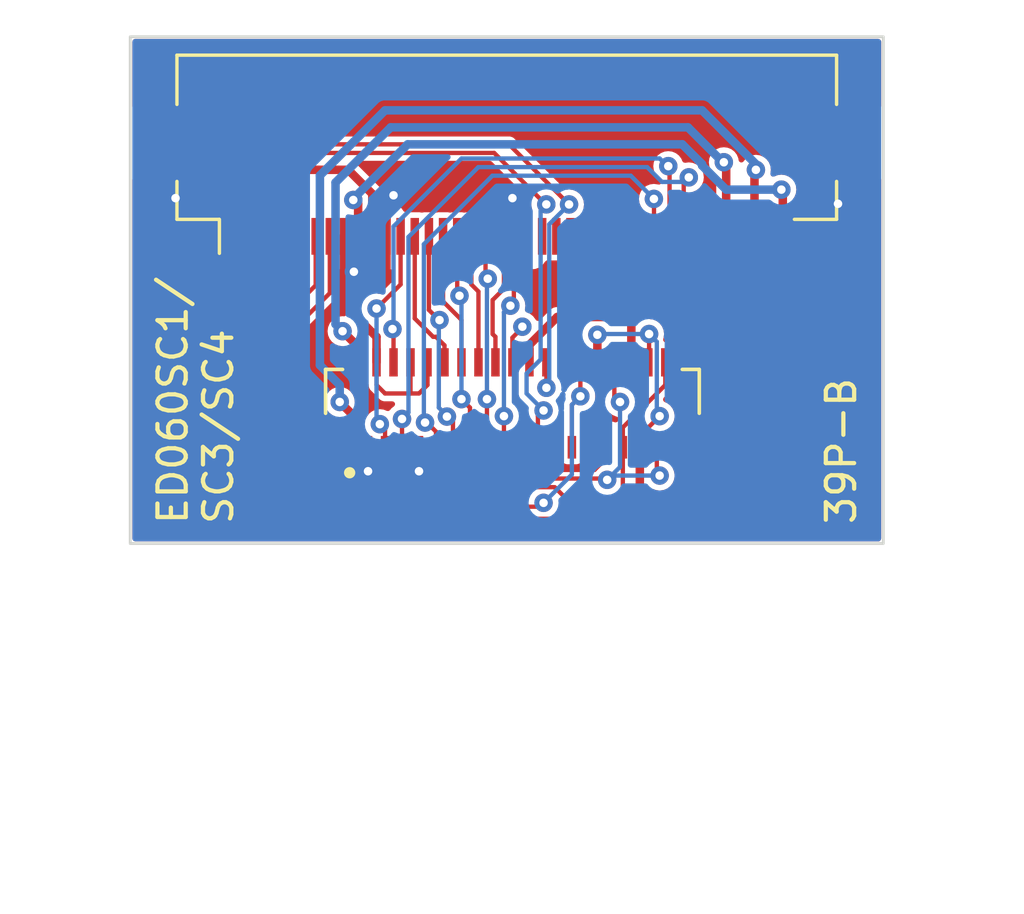
<source format=kicad_pcb>
(kicad_pcb (version 20240108) (generator "pcbnew") (generator_version "8.0")
  (layers (0 "F.Cu" signal) (31 "B.Cu" signal) (34 "B.Paste" user) (35 "F.Paste" user) (36 "B.SilkS" user "B.Silkscreen") (37 "F.SilkS" user "F.Silkscreen") (38 "B.Mask" user) (39 "F.Mask" user) (44 "Edge.Cuts" user))
  (net 0 "")
  (net 1 "VGL")
  (net 2 "GND")
  (net 3 "VGH")
  (net 4 "VCOM")
  (net 5 "VPOS")
  (net 6 "VNEG")
  (net 7 "+3V3")
  (net 14 "/GDOE")
  (net 15 "/GDCLK")
  (net 16 "/GDSP")
  (net 17 "/ESDCLK")
  (net 18 "/ED0")
  (net 19 "/ED8")
  (net 20 "/ED1")
  (net 21 "/ED9")
  (net 22 "/ED2")
  (net 23 "/ED10")
  (net 24 "/ED3")
  (net 25 "/ED11")
  (net 26 "/ED4")
  (net 27 "/ED12")
  (net 28 "/ED5")
  (net 29 "/ED13")
  (net 30 "/ED6")
  (net 31 "/ED14")
  (net 32 "/ED7")
  (net 33 "/ED15")
  (net 34 "/SDCE0")
  (net 35 "/ESDLE")
  (net 36 "/ESDOE")
  (net 40 "unconnected-(J3-Pin_20-Pad20)")
  (footprint "footprints:Hirose_FH12-40S-0.5SH_1x40-1MP_P0.50mm_Horizontal_Reversed" (layer "F.Cu") (at 165.9 78.15 180)
    (property "Reference" "J1" (hide yes))
    (property "Value" "FH12-40S-0.5SH")
    (fp_line (start 11.65 4.5) (end 11.65 2.76) (stroke (width 0.12)) (layer "F.SilkS"))
    (fp_line (start 11.65 -1.3) (end 11.65 0.04) (stroke (width 0.12)) (layer "F.SilkS"))
    (fp_line (start 10.16 -1.3) (end 11.65 -1.3) (stroke (width 0.12)) (layer "F.SilkS"))
    (fp_line (start 10.15 -1.3) (end 10.15 -2.5) (stroke (width 0.12)) (layer "F.SilkS"))
    (fp_line (start -10.16 -1.3) (end -11.65 -1.3) (stroke (width 0.12)) (layer "F.SilkS"))
    (fp_line (start -11.65 4.5) (end 11.65 4.5) (stroke (width 0.12)) (layer "F.SilkS"))
    (fp_line (start -11.65 2.76) (end -11.65 4.5) (stroke (width 0.12)) (layer "F.SilkS"))
    (fp_line (start -11.65 -1.3) (end -11.65 0.04) (stroke (width 0.12)) (layer "F.SilkS"))
    (pad "1" smd rect (at 9.75 -1.9) (size 0.3 1.3) (layers "F.Cu" "F.Paste" "F.Mask") (net 1 "VGL"))
    (pad "2" smd rect (at 9.25 -1.9) (size 0.3 1.3) (layers "F.Cu" "F.Paste" "F.Mask"))
    (pad "3" smd rect (at 8.75 -1.9) (size 0.3 1.3) (layers "F.Cu" "F.Paste" "F.Mask") (net 3 "VGH"))
    (pad "4" smd rect (at 8.25 -1.9) (size 0.3 1.3) (layers "F.Cu" "F.Paste" "F.Mask"))
    (pad "5" smd rect (at 7.75 -1.9) (size 0.3 1.3) (layers "F.Cu" "F.Paste" "F.Mask") (net 7 "+3V3"))
    (pad "6" smd rect (at 7.25 -1.9) (size 0.3 1.3) (layers "F.Cu" "F.Paste" "F.Mask") (net 14 "/GDOE"))
    (pad "7" smd rect (at 6.75 -1.9) (size 0.3 1.3) (layers "F.Cu" "F.Paste" "F.Mask") (net 15 "/GDCLK"))
    (pad "8" smd rect (at 6.25 -1.9) (size 0.3 1.3) (layers "F.Cu" "F.Paste" "F.Mask") (net 16 "/GDSP"))
    (pad "9" smd rect (at 5.75 -1.9) (size 0.3 1.3) (layers "F.Cu" "F.Paste" "F.Mask") (net 2 "GND"))
    (pad "10" smd rect (at 5.25 -1.9) (size 0.3 1.3) (layers "F.Cu" "F.Paste" "F.Mask") (net 4 "VCOM"))
    (pad "11" smd rect (at 4.75 -1.9) (size 0.3 1.3) (layers "F.Cu" "F.Paste" "F.Mask") (net 7 "+3V3"))
    (pad "12" smd rect (at 4.25 -1.9) (size 0.3 1.3) (layers "F.Cu" "F.Paste" "F.Mask") (net 2 "GND"))
    (pad "13" smd rect (at 3.75 -1.9) (size 0.3 1.3) (layers "F.Cu" "F.Paste" "F.Mask") (net 17 "/ESDCLK"))
    (pad "14" smd rect (at 3.25 -1.9) (size 0.3 1.3) (layers "F.Cu" "F.Paste" "F.Mask") (net 18 "/ED0"))
    (pad "15" smd rect (at 2.75 -1.9) (size 0.3 1.3) (layers "F.Cu" "F.Paste" "F.Mask") (net 20 "/ED1"))
    (pad "16" smd rect (at 2.25 -1.9) (size 0.3 1.3) (layers "F.Cu" "F.Paste" "F.Mask") (net 22 "/ED2"))
    (pad "17" smd rect (at 1.75 -1.9) (size 0.3 1.3) (layers "F.Cu" "F.Paste" "F.Mask") (net 24 "/ED3"))
    (pad "18" smd rect (at 1.25 -1.9) (size 0.3 1.3) (layers "F.Cu" "F.Paste" "F.Mask") (net 26 "/ED4"))
    (pad "19" smd rect (at 0.75 -1.9) (size 0.3 1.3) (layers "F.Cu" "F.Paste" "F.Mask") (net 28 "/ED5"))
    (pad "20" smd rect (at 0.25 -1.9) (size 0.3 1.3) (layers "F.Cu" "F.Paste" "F.Mask") (net 30 "/ED6"))
    (pad "21" smd rect (at -0.25 -1.9) (size 0.3 1.3) (layers "F.Cu" "F.Paste" "F.Mask") (net 32 "/ED7"))
    (pad "22" smd rect (at -0.75 -1.9) (size 0.3 1.3) (layers "F.Cu" "F.Paste" "F.Mask") (net 2 "GND"))
    (pad "23" smd rect (at -1.25 -1.9) (size 0.3 1.3) (layers "F.Cu" "F.Paste" "F.Mask") (net 19 "/ED8"))
    (pad "24" smd rect (at -1.75 -1.9) (size 0.3 1.3) (layers "F.Cu" "F.Paste" "F.Mask") (net 21 "/ED9"))
    (pad "25" smd rect (at -2.25 -1.9) (size 0.3 1.3) (layers "F.Cu" "F.Paste" "F.Mask") (net 23 "/ED10"))
    (pad "26" smd rect (at -2.75 -1.9) (size 0.3 1.3) (layers "F.Cu" "F.Paste" "F.Mask") (net 25 "/ED11"))
    (pad "27" smd rect (at -3.25 -1.9) (size 0.3 1.3) (layers "F.Cu" "F.Paste" "F.Mask") (net 27 "/ED12"))
    (pad "28" smd rect (at -3.75 -1.9) (size 0.3 1.3) (layers "F.Cu" "F.Paste" "F.Mask") (net 29 "/ED13"))
    (pad "29" smd rect (at -4.25 -1.9) (size 0.3 1.3) (layers "F.Cu" "F.Paste" "F.Mask") (net 31 "/ED14"))
    (pad "30" smd rect (at -4.75 -1.9) (size 0.3 1.3) (layers "F.Cu" "F.Paste" "F.Mask") (net 33 "/ED15"))
    (pad "31" smd rect (at -5.25 -1.9) (size 0.3 1.3) (layers "F.Cu" "F.Paste" "F.Mask") (net 34 "/SDCE0"))
    (pad "32" smd rect (at -5.75 -1.9) (size 0.3 1.3) (layers "F.Cu" "F.Paste" "F.Mask") (net 35 "/ESDLE"))
    (pad "33" smd rect (at -6.25 -1.9) (size 0.3 1.3) (layers "F.Cu" "F.Paste" "F.Mask") (net 36 "/ESDOE"))
    (pad "34" smd rect (at -6.75 -1.9) (size 0.3 1.3) (layers "F.Cu" "F.Paste" "F.Mask"))
    (pad "35" smd rect (at -7.25 -1.9) (size 0.3 1.3) (layers "F.Cu" "F.Paste" "F.Mask"))
    (pad "36" smd rect (at -7.75 -1.9) (size 0.3 1.3) (layers "F.Cu" "F.Paste" "F.Mask") (net 5 "VPOS"))
    (pad "37" smd rect (at -8.25 -1.9) (size 0.3 1.3) (layers "F.Cu" "F.Paste" "F.Mask"))
    (pad "38" smd rect (at -8.75 -1.9) (size 0.3 1.3) (layers "F.Cu" "F.Paste" "F.Mask") (net 6 "VNEG"))
    (pad "39" smd rect (at -9.25 -1.9) (size 0.3 1.3) (layers "F.Cu" "F.Paste" "F.Mask"))
    (pad "40" smd rect (at -9.75 -1.9) (size 0.3 1.3) (layers "F.Cu" "F.Paste" "F.Mask") (net 4 "VCOM"))
    (pad "MP" smd rect (at -11.65 1.4 180) (size 1.8 2.2) (layers "F.Cu" "F.Paste" "F.Mask") (net 2 "GND"))
    (pad "MP" smd rect (at 11.65 1.4 180) (size 1.8 2.2) (layers "F.Cu" "F.Paste" "F.Mask") (net 2 "GND"))
  )
  (footprint "footprints:HRS_FH26W-39S-0.3SHW(60)" (layer "F.Cu") (at 166.1 86.1)
    (property "Reference" "J3" (hide yes))
    (property "Value" "FH26W-39S-0.3SHW(60)")
    (fp_line (start -6.6 -1.35) (end -6 -1.35) (stroke (width 0.127)) (layer "F.SilkS"))
    (fp_line (start -6.6 0.2) (end -6.6 -1.35) (stroke (width 0.127)) (layer "F.SilkS"))
    (fp_line (start 6.6 -1.35) (end 6 -1.35) (stroke (width 0.127)) (layer "F.SilkS"))
    (fp_line (start 6.6 0.2) (end 6.6 -1.35) (stroke (width 0.127)) (layer "F.SilkS"))
    (fp_circle (center -5.75 2.3) (end -5.65 2.3) (stroke (width 0.2)) (fill none) (layer "F.SilkS"))
    (pad "1" smd rect (at -5.7 1.4) (size 0.3 0.8) (layers "F.Cu" "F.Paste" "F.Mask") (net 6 "VNEG"))
    (pad "2" smd rect (at -5.4 -1.6) (size 0.3 1) (layers "F.Cu" "F.Paste" "F.Mask") (net 5 "VPOS"))
    (pad "3" smd rect (at -5.1 1.4) (size 0.3 0.8) (layers "F.Cu" "F.Paste" "F.Mask") (net 2 "GND"))
    (pad "4" smd rect (at -4.8 -1.6) (size 0.3 1) (layers "F.Cu" "F.Paste" "F.Mask") (net 7 "+3V3"))
    (pad "5" smd rect (at -4.5 1.4) (size 0.3 0.8) (layers "F.Cu" "F.Paste" "F.Mask") (net 17 "/ESDCLK"))
    (pad "6" smd rect (at -4.2 -1.6) (size 0.3 1) (layers "F.Cu" "F.Paste" "F.Mask") (net 35 "/ESDLE"))
    (pad "7" smd rect (at -3.9 1.4) (size 0.3 0.8) (layers "F.Cu" "F.Paste" "F.Mask") (net 36 "/ESDOE"))
    (pad "8" smd rect (at -3.6 -1.6) (size 0.3 1) (layers "F.Cu" "F.Paste" "F.Mask") (net 7 "+3V3"))
    (pad "9" smd rect (at -3.3 1.4) (size 0.3 0.8) (layers "F.Cu" "F.Paste" "F.Mask") (net 2 "GND"))
    (pad "10" smd rect (at -3 -1.6) (size 0.3 1) (layers "F.Cu" "F.Paste" "F.Mask") (net 7 "+3V3"))
    (pad "11" smd rect (at -2.7 1.4) (size 0.3 0.8) (layers "F.Cu" "F.Paste" "F.Mask") (net 34 "/SDCE0"))
    (pad "12" smd rect (at -2.4 -1.6) (size 0.3 1) (layers "F.Cu" "F.Paste" "F.Mask") (net 18 "/ED0"))
    (pad "13" smd rect (at -2.1 1.4) (size 0.3 0.8) (layers "F.Cu" "F.Paste" "F.Mask") (net 20 "/ED1"))
    (pad "14" smd rect (at -1.8 -1.6) (size 0.3 1) (layers "F.Cu" "F.Paste" "F.Mask") (net 22 "/ED2"))
    (pad "15" smd rect (at -1.5 1.4) (size 0.3 0.8) (layers "F.Cu" "F.Paste" "F.Mask") (net 24 "/ED3"))
    (pad "16" smd rect (at -1.2 -1.6) (size 0.3 1) (layers "F.Cu" "F.Paste" "F.Mask") (net 26 "/ED4"))
    (pad "17" smd rect (at -0.9 1.4) (size 0.3 0.8) (layers "F.Cu" "F.Paste" "F.Mask") (net 28 "/ED5"))
    (pad "18" smd rect (at -0.6 -1.6) (size 0.3 1) (layers "F.Cu" "F.Paste" "F.Mask") (net 30 "/ED6"))
    (pad "19" smd rect (at -0.3 1.4) (size 0.3 0.8) (layers "F.Cu" "F.Paste" "F.Mask") (net 32 "/ED7"))
    (pad "20" smd rect (at 0 -1.6) (size 0.3 1) (layers "F.Cu" "F.Paste" "F.Mask") (net 40 "unconnected-(J3-Pin_20-Pad20)"))
    (pad "21" smd rect (at 0.3 1.4) (size 0.3 0.8) (layers "F.Cu" "F.Paste" "F.Mask"))
    (pad "22" smd rect (at 0.6 -1.6) (size 0.3 1) (layers "F.Cu" "F.Paste" "F.Mask") (net 4 "VCOM"))
    (pad "23" smd rect (at 0.9 1.4) (size 0.3 0.8) (layers "F.Cu" "F.Paste" "F.Mask") (net 3 "VGH"))
    (pad "24" smd rect (at 1.2 -1.6) (size 0.3 1) (layers "F.Cu" "F.Paste" "F.Mask") (net 1 "VGL"))
    (pad "25" smd rect (at 1.5 1.4) (size 0.3 0.8) (layers "F.Cu" "F.Paste" "F.Mask"))
    (pad "26" smd rect (at 1.8 -1.6) (size 0.3 1) (layers "F.Cu" "F.Paste" "F.Mask"))
    (pad "27" smd rect (at 2.1 1.4) (size 0.3 0.8) (layers "F.Cu" "F.Paste" "F.Mask") (net 14 "/GDOE"))
    (pad "28" smd rect (at 2.4 -1.6) (size 0.3 1) (layers "F.Cu" "F.Paste" "F.Mask") (net 14 "/GDOE"))
    (pad "29" smd rect (at 2.7 1.4) (size 0.3 0.8) (layers "F.Cu" "F.Paste" "F.Mask") (net 7 "+3V3"))
    (pad "30" smd rect (at 3 -1.6) (size 0.3 1) (layers "F.Cu" "F.Paste" "F.Mask") (net 7 "+3V3"))
    (pad "31" smd rect (at 3.3 1.4) (size 0.3 0.8) (layers "F.Cu" "F.Paste" "F.Mask") (net 2 "GND"))
    (pad "32" smd rect (at 3.6 -1.6) (size 0.3 1) (layers "F.Cu" "F.Paste" "F.Mask") (net 16 "/GDSP"))
    (pad "33" smd rect (at 3.9 1.4) (size 0.3 0.8) (layers "F.Cu" "F.Paste" "F.Mask") (net 15 "/GDCLK"))
    (pad "34" smd rect (at 4.2 -1.6) (size 0.3 1) (layers "F.Cu" "F.Paste" "F.Mask") (net 4 "VCOM"))
    (pad "35" smd rect (at 4.5 1.4) (size 0.3 0.8) (layers "F.Cu" "F.Paste" "F.Mask") (net 7 "+3V3"))
    (pad "36" smd rect (at 4.8 -1.6) (size 0.3 1) (layers "F.Cu" "F.Paste" "F.Mask") (net 7 "+3V3"))
    (pad "37" smd rect (at 5.1 1.4) (size 0.3 0.8) (layers "F.Cu" "F.Paste" "F.Mask") (net 16 "/GDSP"))
    (pad "38" smd rect (at 5.4 -1.6) (size 0.3 1) (layers "F.Cu" "F.Paste" "F.Mask") (net 15 "/GDCLK"))
    (pad "39" smd rect (at 5.7 1.4) (size 0.3 0.8) (layers "F.Cu" "F.Paste" "F.Mask"))
    (pad "S1" smd rect (at -6.4 1.125) (size 0.4 0.95) (layers "F.Cu" "F.Paste" "F.Mask"))
    (pad "S2" smd rect (at 6.4 1.125) (size 0.4 0.95) (layers "F.Cu" "F.Paste" "F.Mask"))
  )
  (gr_rect (start 152.6 73) (end 179.2 90.9) (stroke (width 0.1)) (fill none) (layer "Edge.Cuts"))
  (gr_text "39P-B" (at 178.3 90.3 90) (layer "F.SilkS") (effects (font (size 1 1)) (justify left bottom)))
  (gr_text "ED060SC1/\nSC3/SC4" (at 156.3 90.3 90) (layer "F.SilkS") (effects (font (size 1 1)) (justify left bottom)))
  (segment (start 157.5 76.8) (end 156.15 78.15) (width 0.1524) (layer "F.Cu") (net 1))
  (segment (start 156.15 78.15) (end 156.15 80.05) (width 0.1524) (layer "F.Cu") (net 1))
  (segment (start 167.3 84.5) (end 167.3 85.4) (width 0.1524) (layer "F.Cu") (net 1))
  (segment (start 168.1 78.923098) (end 165.976902 76.8) (width 0.1524) (layer "F.Cu") (net 1))
  (segment (start 165.976902 76.8) (end 157.5 76.8) (width 0.1524) (layer "F.Cu") (net 1))
  (via (at 168.1 78.923098) (size 0.65) (drill 0.3) (layers "F.Cu" "B.Cu") (net 1))
  (via (at 167.3 85.4) (size 0.65) (drill 0.3) (layers "F.Cu" "B.Cu") (net 1))
  (segment (start 168.1 78.923098) (end 167.4 79.623098) (width 0.1524) (layer "B.Cu") (net 1))
  (segment (start 167.4 79.623098) (end 167.4 85.3) (width 0.1524) (layer "B.Cu") (net 1))
  (segment (start 167.4 85.3) (end 167.3 85.4) (width 0.1524) (layer "B.Cu") (net 1))
  (segment (start 154.25 78.65) (end 154.2 78.7) (width 0.1524) (layer "F.Cu") (net 2))
  (segment (start 166.65 78.85) (end 166.6 78.8) (width 0.1524) (layer "F.Cu") (net 2))
  (segment (start 177.55 78.85) (end 177.6 78.9) (width 0.1524) (layer "F.Cu") (net 2))
  (segment (start 169.4 87.5) (end 169.4 87.9) (width 0.1524) (layer "F.Cu") (net 2))
  (segment (start 169 88.3) (end 162.8469 88.3) (width 0.1524) (layer "F.Cu") (net 2))
  (segment (start 160.15 81.05) (end 160.474392 81.374392) (width 0.1524) (layer "F.Cu") (net 2))
  (segment (start 162.8469 88.3) (end 162.8 88.3469) (width 0.1524) (layer "F.Cu") (net 2))
  (segment (start 162.8 87.5) (end 162.8 88.3719) (width 0.1524) (layer "F.Cu") (net 2))
  (segment (start 162.8 88.3719) (end 162.8 88.3469) (width 0.1524) (layer "F.Cu") (net 2))
  (segment (start 166.4 78.8) (end 166.2 78.8) (width 0.1524) (layer "F.Cu") (net 2))
  (segment (start 161.8 78.6) (end 161.9 78.6) (width 0.1524) (layer "F.Cu") (net 2))
  (segment (start 161 88.3719) (end 161 88.3469) (width 0.1524) (layer "F.Cu") (net 2))
  (segment (start 161.65 80.05) (end 161.65 78.75) (width 0.1524) (layer "F.Cu") (net 2))
  (segment (start 154.25 76.75) (end 154.25 78.65) (width 0.1524) (layer "F.Cu") (net 2))
  (segment (start 160.474392 81.374392) (end 160.5 81.348784) (width 0.1524) (layer "F.Cu") (net 2))
  (segment (start 166.6 78.8) (end 166.4 78.8) (width 0.1524) (layer "F.Cu") (net 2))
  (segment (start 177.55 76.75) (end 177.55 78.85) (width 0.1524) (layer "F.Cu") (net 2))
  (segment (start 166.65 80.05) (end 166.65 78.85) (width 0.1524) (layer "F.Cu") (net 2))
  (segment (start 161 87.5) (end 161 88.3719) (width 0.1524) (layer "F.Cu") (net 2))
  (segment (start 166.2 78.8) (end 166.1 78.7) (width 0.1524) (layer "F.Cu") (net 2))
  (segment (start 160.5 81.348784) (end 160.5 81.3) (width 0.1524) (layer "F.Cu") (net 2))
  (segment (start 169.4 87.9) (end 169 88.3) (width 0.1524) (layer "F.Cu") (net 2))
  (segment (start 160.15 80.05) (end 160.15 81.05) (width 0.1524) (layer "F.Cu") (net 2))
  (segment (start 161.65 78.75) (end 161.8 78.6) (width 0.1524) (layer "F.Cu") (net 2))
  (via (at 166.1 78.7) (size 0.65) (drill 0.3) (layers "F.Cu" "B.Cu") (net 2))
  (via (at 161.9 78.6) (size 0.65) (drill 0.3) (layers "F.Cu" "B.Cu") (net 2))
  (via (at 161 88.3469) (size 0.65) (drill 0.3) (layers "F.Cu" "B.Cu") (net 2))
  (via (at 177.6 78.9) (size 0.65) (drill 0.3) (layers "F.Cu" "B.Cu") (net 2))
  (via (at 154.2 78.7) (size 0.65) (drill 0.3) (layers "F.Cu" "B.Cu") (net 2))
  (via (at 162.8 88.3469) (size 0.65) (drill 0.3) (layers "F.Cu" "B.Cu") (net 2))
  (via (at 160.5 81.3) (size 0.65) (drill 0.3) (layers "F.Cu" "B.Cu") (net 2))
  (segment (start 157.15 78.25) (end 157.15 80.05) (width 0.1524) (layer "F.Cu") (net 3))
  (segment (start 167.2 86.2) (end 167 86.4) (width 0.1524) (layer "F.Cu") (net 3))
  (segment (start 165.456222 77.10432) (end 158.29568 77.10432) (width 0.1524) (layer "F.Cu") (net 3))
  (segment (start 167 86.4) (end 167 87.5) (width 0.1524) (layer "F.Cu") (net 3))
  (segment (start 167.3 78.948098) (end 165.456222 77.10432) (width 0.1524) (layer "F.Cu") (net 3))
  (segment (start 158.29568 77.10432) (end 157.15 78.25) (width 0.1524) (layer "F.Cu") (net 3))
  (via (at 167.296566 78.921232) (size 0.65) (drill 0.3) (layers "F.Cu" "B.Cu") (net 3))
  (via (at 167.2 86.2) (size 0.65) (drill 0.3) (layers "F.Cu" "B.Cu") (net 3))
  (segment (start 167.3 78.924666) (end 167.296566 78.921232) (width 0.1524) (layer "B.Cu") (net 3))
  (segment (start 167.3 78.948098) (end 167.3 78.924666) (width 0.1524) (layer "B.Cu") (net 3))
  (segment (start 167.09568 79.152418) (end 167.09568 84.4) (width 0.1524) (layer "B.Cu") (net 3))
  (segment (start 166.6 84.89568) (end 166.6 85.6) (width 0.1524) (layer "B.Cu") (net 3))
  (segment (start 166.6 85.6) (end 167.2 86.2) (width 0.1524) (layer "B.Cu") (net 3))
  (segment (start 167.3 78.948098) (end 167.09568 79.152418) (width 0.1524) (layer "B.Cu") (net 3))
  (segment (start 167.09568 84.4) (end 166.6 84.89568) (width 0.1524) (layer "B.Cu") (net 3))
  (segment (start 175.65 80.95) (end 174.3 82.3) (width 0.3) (layer "F.Cu") (net 4))
  (segment (start 170.3 82.9) (end 170.3 84.5) (width 0.3) (layer "F.Cu") (net 4))
  (segment (start 174.3 82.3) (end 170.9 82.3) (width 0.3) (layer "F.Cu") (net 4))
  (segment (start 175.65 78.45) (end 175.6 78.4) (width 0.3) (layer "F.Cu") (net 4))
  (segment (start 166.7 83.879332) (end 167.679332 82.9) (width 0.3) (layer "F.Cu") (net 4))
  (segment (start 166.7 84.5) (end 166.7 83.879332) (width 0.3) (layer "F.Cu") (net 4))
  (segment (start 167.679332 82.9) (end 170.3 82.9) (width 0.3) (layer "F.Cu") (net 4))
  (segment (start 175.65 80.05) (end 175.65 78.45) (width 0.3) (layer "F.Cu") (net 4))
  (segment (start 160.65 80.05) (end 160.65 78.901216) (width 0.3) (layer "F.Cu") (net 4))
  (segment (start 175.65 80.05) (end 175.65 80.95) (width 0.3) (layer "F.Cu") (net 4))
  (segment (start 170.9 82.3) (end 170.3 82.9) (width 0.3) (layer "F.Cu") (net 4))
  (segment (start 160.65 78.901216) (end 160.474392 78.725608) (width 0.3) (layer "F.Cu") (net 4))
  (via (at 160.47882 78.765391) (size 0.65) (drill 0.3) (layers "F.Cu" "B.Cu") (net 4))
  (via (at 175.6 78.4) (size 0.65) (drill 0.3) (layers "F.Cu" "B.Cu") (net 4))
  (segment (start 172.1 76.8) (end 162.4 76.8) (width 0.3) (layer "B.Cu") (net 4))
  (segment (start 175.6 78.4) (end 173.648768 78.4) (width 0.3) (layer "B.Cu") (net 4))
  (segment (start 173.648768 78.4) (end 172.8 77.551232) (width 0.3) (layer "B.Cu") (net 4))
  (segment (start 160.474392 78.760963) (end 160.47882 78.765391) (width 0.3) (layer "B.Cu") (net 4))
  (segment (start 172.8 77.551232) (end 172.8 77.5) (width 0.3) (layer "B.Cu") (net 4))
  (segment (start 172.8 77.5) (end 172.1 76.8) (width 0.3) (layer "B.Cu") (net 4))
  (segment (start 162.4 76.8) (end 160.474392 78.725608) (width 0.3) (layer "B.Cu") (net 4))
  (segment (start 160.474392 78.725608) (end 160.474392 78.760963) (width 0.3) (layer "B.Cu") (net 4))
  (segment (start 173.56767 77.46767) (end 173.56767 77.43233) (width 0.3) (layer "F.Cu") (net 5))
  (segment (start 160.7 84) (end 160.1 83.4) (width 0.3) (layer "F.Cu") (net 5))
  (segment (start 173.65 77.55) (end 173.56767 77.46767) (width 0.3) (layer "F.Cu") (net 5))
  (segment (start 173.65 80.05) (end 173.65 77.55) (width 0.3) (layer "F.Cu") (net 5))
  (segment (start 160.7 84.5) (end 160.7 84) (width 0.3) (layer "F.Cu") (net 5))
  (via (at 173.56767 77.43233) (size 0.65) (drill 0.3) (layers "F.Cu" "B.Cu") (net 5))
  (via (at 160.1 83.4) (size 0.65) (drill 0.3) (layers "F.Cu" "B.Cu") (net 5))
  (segment (start 172.3 76.2) (end 173.6 77.5) (width 0.3) (layer "B.Cu") (net 5))
  (segment (start 159.85192 83.15192) (end 159.85192 78.14808) (width 0.3) (layer "B.Cu") (net 5))
  (segment (start 161.8 76.2) (end 172.3 76.2) (width 0.3) (layer "B.Cu") (net 5))
  (segment (start 160.1 83.4) (end 159.85192 83.15192) (width 0.3) (layer "B.Cu") (net 5))
  (segment (start 159.85192 78.14808) (end 161.8 76.2) (width 0.3) (layer "B.Cu") (net 5))
  (segment (start 174.65 80.05) (end 174.65 77.75) (width 0.3) (layer "F.Cu") (net 6))
  (segment (start 174.65 77.75) (end 174.7 77.7) (width 0.3) (layer "F.Cu") (net 6))
  (segment (start 160.4 86.3) (end 160.4 87.5) (width 0.3) (layer "F.Cu") (net 6))
  (segment (start 160 85.9) (end 160.4 86.3) (width 0.3) (layer "F.Cu") (net 6))
  (via (at 174.7 77.7) (size 0.65) (drill 0.3) (layers "F.Cu" "B.Cu") (net 6))
  (via (at 160 85.9) (size 0.65) (drill 0.3) (layers "F.Cu" "B.Cu") (net 6))
  (segment (start 160 85.3) (end 159.3 84.6) (width 0.3) (layer "B.Cu") (net 6))
  (segment (start 159.3 84.6) (end 159.3 77.9) (width 0.3) (layer "B.Cu") (net 6))
  (segment (start 160 85.9) (end 160 85.3) (width 0.3) (layer "B.Cu") (net 6))
  (segment (start 161.6 75.6) (end 172.8 75.6) (width 0.3) (layer "B.Cu") (net 6))
  (segment (start 172.8 75.6) (end 174.7 77.5) (width 0.3) (layer "B.Cu") (net 6))
  (segment (start 159.3 77.9) (end 161.6 75.6) (width 0.3) (layer "B.Cu") (net 6))
  (segment (start 174.7 77.5) (end 174.7 77.7) (width 0.3) (layer "B.Cu") (net 6))
  (segment (start 170.6 87.1) (end 171.3 86.4) (width 0.1524) (layer "F.Cu") (net 7))
  (segment (start 158.15 81.75) (end 157.5 82.4) (width 0.3) (layer "F.Cu") (net 7))
  (segment (start 161.3 85.3) (end 161.3 84.5) (width 0.1524) (layer "F.Cu") (net 7))
  (segment (start 169.1 83.5019) (end 169.1 83.5269) (width 0.3) (layer "F.Cu") (net 7))
  (segment (start 170.9274 83.5) (end 170.9274 84.4726) (width 0.1524) (layer "F.Cu") (net 7))
  (segment (start 161.15 81.55) (end 160.6 82.1) (width 0.3) (layer "F.Cu") (net 7))
  (segment (start 170.6 87.5) (end 170.6 87.1) (width 0.1524) (layer "F.Cu") (net 7))
  (segment (start 158.15 80.05) (end 158.15 81.75) (width 0.3) (layer "F.Cu") (net 7))
  (segment (start 161.6 85.6) (end 161.3 85.3) (width 0.1524) (layer "F.Cu") (net 7))
  (segment (start 158.15 78.35) (end 158.8 77.7) (width 0.3) (layer "F.Cu") (net 7))
  (segment (start 157.5 82.4) (end 157.5 88.235422) (width 0.3) (layer "F.Cu") (net 7))
  (segment (start 162.8 85.6) (end 162.5 85.6) (width 0.1524) (layer "F.Cu") (net 7))
  (segment (start 161.3 83.6) (end 161.3 84.5) (width 0.3) (layer "F.Cu") (net 7))
  (segment (start 161.15 80.05) (end 161.15 81.55) (width 0.3) (layer "F.Cu") (net 7))
  (segment (start 169.1 86.4) (end 169.1 84.5) (width 0.1524) (layer "F.Cu") (net 7))
  (segment (start 161.15 78.55) (end 161.15 80.05) (width 0.3) (layer "F.Cu") (net 7))
  (segment (start 160.3 77.7) (end 161.15 78.55) (width 0.3) (layer "F.Cu") (net 7))
  (segment (start 163.1 85.3) (end 162.8 85.6) (width 0.1524) (layer "F.Cu") (net 7))
  (segment (start 158.8 77.7) (end 160.3 77.7) (width 0.3) (layer "F.Cu") (net 7))
  (segment (start 160.6 82.1) (end 160.6 82.9) (width 0.3) (layer "F.Cu") (net 7))
  (segment (start 170.6 89) (end 170.6 87.5) (width 0.3) (layer "F.Cu") (net 7))
  (segment (start 158.15 80.05) (end 158.15 78.35) (width 0.3) (layer "F.Cu") (net 7))
  (segment (start 160.6 82.9) (end 161.3 83.6) (width 0.3) (layer "F.Cu") (net 7))
  (segment (start 159.364578 90.1) (end 169.5 90.1) (width 0.3) (layer "F.Cu") (net 7))
  (segment (start 169.5 90.1) (end 170.6 89) (width 0.3) (layer "F.Cu") (net 7))
  (segment (start 168.8 86.7) (end 169.1 86.4) (width 0.1524) (layer "F.Cu") (net 7))
  (segment (start 170.9274 84.4726) (end 170.9 84.5) (width 0.1524) (layer "F.Cu") (net 7))
  (segment (start 157.5 88.235422) (end 159.364578 90.1) (width 0.3) (layer "F.Cu") (net 7))
  (segment (start 162.5 85.6) (end 161.6 85.6) (width 0.1524) (layer "F.Cu") (net 7))
  (segment (start 169.1 84.5) (end 169.1 83.5019) (width 0.3) (layer "F.Cu") (net 7))
  (segment (start 168.8 87.5) (end 168.8 86.7) (width 0.1524) (layer "F.Cu") (net 7))
  (segment (start 162.5 84.5) (end 162.5 85.6) (width 0.1524) (layer "F.Cu") (net 7))
  (segment (start 163.1 84.5) (end 163.1 85.3) (width 0.1524) (layer "F.Cu") (net 7))
  (via (at 170.9274 83.5) (size 0.65) (drill 0.3) (layers "F.Cu" "B.Cu") (net 7))
  (via (at 169.1 83.5269) (size 0.65) (drill 0.3) (layers "F.Cu" "B.Cu") (net 7))
  (via (at 171.3 86.4) (size 0.65) (drill 0.3) (layers "F.Cu" "B.Cu") (net 7))
  (segment (start 171.2 83.7726) (end 170.9274 83.5) (width 0.1524) (layer "B.Cu") (net 7))
  (segment (start 169.1269 83.5) (end 169.1 83.5269) (width 0.1524) (layer "B.Cu") (net 7))
  (segment (start 170.9274 83.5) (end 169.1269 83.5) (width 0.1524) (layer "B.Cu") (net 7))
  (segment (start 171.2 86.3) (end 171.2 83.7726) (width 0.1524) (layer "B.Cu") (net 7))
  (segment (start 171.3 86.4) (end 171.2 86.3) (width 0.1524) (layer "B.Cu") (net 7))
  (segment (start 158.65 81.85) (end 158.65 80.05) (width 0.1524) (layer "F.Cu") (net 14))
  (segment (start 167.2 89.4632) (end 167.0632 89.6) (width 0.1524) (layer "F.Cu") (net 14))
  (segment (start 168.2 87.5) (end 168.2 86) (width 0.1524) (layer "F.Cu") (net 14))
  (segment (start 168.2 86) (end 168.5 85.7) (width 0.1524) (layer "F.Cu") (net 14))
  (segment (start 158 88.2) (end 158 82.5) (width 0.1524) (layer "F.Cu") (net 14))
  (segment (start 167.0632 89.6) (end 159.4 89.6) (width 0.1524) (layer "F.Cu") (net 14))
  (segment (start 159.4 89.6) (end 158 88.2) (width 0.1524) (layer "F.Cu") (net 14))
  (segment (start 158 82.5) (end 158.65 81.85) (width 0.1524) (layer "F.Cu") (net 14))
  (segment (start 168.5 85.7) (end 168.5 84.5) (width 0.1524) (layer "F.Cu") (net 14))
  (via (at 167.2 89.4632) (size 0.65) (drill 0.3) (layers "F.Cu" "B.Cu") (net 14))
  (via (at 168.5 85.7) (size 0.65) (drill 0.3) (layers "F.Cu" "B.Cu") (net 14))
  (segment (start 167.2 89.4632) (end 168.2 88.4632) (width 0.1524) (layer "B.Cu") (net 14))
  (segment (start 168.2 86) (end 168.5 85.7) (width 0.1524) (layer "B.Cu") (net 14))
  (segment (start 168.2 88.4632) (end 168.2 86) (width 0.1524) (layer "B.Cu") (net 14))
  (segment (start 159.15 81.781052) (end 159.15 80.05) (width 0.1524) (layer "F.Cu") (net 15))
  (segment (start 171.5 85.3) (end 170 86.8) (width 0.1524) (layer "F.Cu") (net 15))
  (segment (start 170 86.8) (end 170 87.5) (width 0.1524) (layer "F.Cu") (net 15))
  (segment (start 158.3048 88.073748) (end 158.3048 82.626252) (width 0.1524) (layer "F.Cu") (net 15))
  (segment (start 169.7 89.3) (end 167.982909 89.3) (width 0.1524) (layer "F.Cu") (net 15))
  (segment (start 163.3048 89.2952) (end 159.526252 89.2952) (width 0.1524) (layer "F.Cu") (net 15))
  (segment (start 159.526252 89.2952) (end 158.3048 88.073748) (width 0.1524) (layer "F.Cu") (net 15))
  (segment (start 170 89) (end 169.7 89.3) (width 0.1524) (layer "F.Cu") (net 15))
  (segment (start 163.6904 88.9096) (end 163.3048 89.2952) (width 0.1524) (layer "F.Cu") (net 15))
  (segment (start 167.592509 88.9096) (end 163.6904 88.9096) (width 0.1524) (layer "F.Cu") (net 15))
  (segment (start 158.3048 82.626252) (end 159.15 81.781052) (width 0.1524) (layer "F.Cu") (net 15))
  (segment (start 170 87.5) (end 170 89) (width 0.1524) (layer "F.Cu") (net 15))
  (segment (start 167.982909 89.3) (end 167.592509 88.9096) (width 0.1524) (layer "F.Cu") (net 15))
  (segment (start 171.5 84.5) (end 171.5 85.3) (width 0.1524) (layer "F.Cu") (net 15))
  (segment (start 171.2 88.4) (end 171.3 88.5) (width 0.1524) (layer "F.Cu") (net 16))
  (segment (start 163.325009 88.6048) (end 163.029309 88.9005) (width 0.1524) (layer "F.Cu") (net 16))
  (segment (start 163.029309 88.9005) (end 159.6005 88.9005) (width 0.1524) (layer "F.Cu") (net 16))
  (segment (start 159.65 82.0548) (end 159.65 80.05) (width 0.1524) (layer "F.Cu") (net 16))
  (segment (start 169.7 85.7) (end 169.7 84.5) (width 0.1524) (layer "F.Cu") (net 16))
  (segment (start 159.6005 88.9005) (end 158.6096 87.9096) (width 0.1524) (layer "F.Cu") (net 16))
  (segment (start 158.6096 83.0952) (end 159.65 82.0548) (width 0.1524) (layer "F.Cu") (net 16))
  (segment (start 169.4464 88.65072) (end 169.4464 88.6464) (width 0.1524) (layer "F.Cu") (net 16))
  (segment (start 169.4464 88.65072) (end 169.40048 88.6048) (width 0.1524) (layer "F.Cu") (net 16))
  (segment (start 171.2 87.5) (end 171.2 88.4) (width 0.1524) (layer "F.Cu") (net 16))
  (segment (start 158.6096 87.9096) (end 158.6096 83.0952) (width 0.1524) (layer "F.Cu") (net 16))
  (segment (start 169.4464 88.6464) (end 169.350005 88.550005) (width 0.1524) (layer "F.Cu") (net 16))
  (segment (start 169.9 85.9) (end 169.7 85.7) (width 0.1524) (layer "F.Cu") (net 16))
  (segment (start 169.40048 88.6048) (end 163.325009 88.6048) (width 0.1524) (layer "F.Cu") (net 16))
  (via (at 171.3 88.5) (size 0.65) (drill 0.3) (layers "F.Cu" "B.Cu") (net 16))
  (via (at 169.9 85.9) (size 0.65) (drill 0.3) (layers "F.Cu" "B.Cu") (net 16))
  (via (at 169.4464 88.65072) (size 0.65) (drill 0.3) (layers "F.Cu" "B.Cu") (net 16))
  (segment (start 169.59712 88.5) (end 171.3 88.5) (width 0.1524) (layer "B.Cu") (net 16))
  (segment (start 169.9 88.19712) (end 169.9 85.9) (width 0.1524) (layer "B.Cu") (net 16))
  (segment (start 169.4464 88.65072) (end 169.59712 88.5) (width 0.1524) (layer "B.Cu") (net 16))
  (segment (start 169.4464 88.65072) (end 169.9 88.19712) (width 0.1524) (layer "B.Cu") (net 16))
  (segment (start 161.6 86.9) (end 161.4 86.7) (width 0.1524) (layer "F.Cu") (net 17))
  (segment (start 162.15 81.75) (end 162.15 80.05) (width 0.1524) (layer "F.Cu") (net 17))
  (segment (start 161.3 82.6) (end 162.15 81.75) (width 0.1524) (layer "F.Cu") (net 17))
  (segment (start 161.6 87.5) (end 161.6 86.9) (width 0.1524) (layer "F.Cu") (net 17))
  (via (at 161.416834 86.683311) (size 0.65) (drill 0.3) (layers "F.Cu" "B.Cu") (net 17))
  (via (at 161.3 82.6) (size 0.65) (drill 0.3) (layers "F.Cu" "B.Cu") (net 17))
  (segment (start 161.3 86.6) (end 161.3 82.6) (width 0.1524) (layer "B.Cu") (net 17))
  (segment (start 161.4 86.7) (end 161.400145 86.7) (width 0.1524) (layer "B.Cu") (net 17))
  (segment (start 161.400145 86.7) (end 161.416834 86.683311) (width 0.1524) (layer "B.Cu") (net 17))
  (segment (start 161.4 86.7) (end 161.3 86.6) (width 0.1524) (layer "B.Cu") (net 17))
  (segment (start 163.7 84.5) (end 163.7 83.9) (width 0.1524) (layer "F.Cu") (net 18))
  (segment (start 163.4 83.6) (end 163.3 83.6) (width 0.1524) (layer "F.Cu") (net 18))
  (segment (start 163.7 83.9) (end 163.4 83.6) (width 0.1524) (layer "F.Cu") (net 18))
  (segment (start 162.65 82.95) (end 162.65 80.05) (width 0.1524) (layer "F.Cu") (net 18))
  (segment (start 163.3 83.6) (end 162.65 82.95) (width 0.1524) (layer "F.Cu") (net 18))
  (segment (start 163.517798 83) (end 163.525 83.007202) (width 0.1524) (layer "F.Cu") (net 20))
  (segment (start 163.15 82.65) (end 163.15 80.05) (width 0.1524) (layer "F.Cu") (net 20))
  (segment (start 163.5 83) (end 163.15 82.65) (width 0.1524) (layer "F.Cu") (net 20))
  (segment (start 163.8 86.4) (end 164 86.6) (width 0.1524) (layer "F.Cu") (net 20))
  (segment (start 163.5 83) (end 163.517798 83) (width 0.1524) (layer "F.Cu") (net 20))
  (segment (start 164 86.6) (end 164 87.5) (width 0.1524) (layer "F.Cu") (net 20))
  (via (at 163.525 83.007202) (size 0.65) (drill 0.3) (layers "F.Cu" "B.Cu") (net 20))
  (via (at 163.786634 86.416039) (size 0.65) (drill 0.3) (layers "F.Cu" "B.Cu") (net 20))
  (segment (start 163.8 86.402673) (end 163.786634 86.416039) (width 0.1524) (layer "B.Cu") (net 20))
  (segment (start 163.5 86.1) (end 163.8 86.4) (width 0.1524) (layer "B.Cu") (net 20))
  (segment (start 163.8 86.4) (end 163.8 86.402673) (width 0.1524) (layer "B.Cu") (net 20))
  (segment (start 163.5 83) (end 163.5 86.1) (width 0.1524) (layer "B.Cu") (net 20))
  (segment (start 164.3 84.5) (end 164.3 83) (width 0.1524) (layer "F.Cu") (net 22))
  (segment (start 163.65 82.35) (end 163.65 80.05) (width 0.1524) (layer "F.Cu") (net 22))
  (segment (start 164.3 83) (end 163.65 82.35) (width 0.1524) (layer "F.Cu") (net 22))
  (segment (start 164.15 82.103152) (end 164.15 80.05) (width 0.1524) (layer "F.Cu") (net 24))
  (segment (start 164.212474 82.165626) (end 164.15 82.103152) (width 0.1524) (layer "F.Cu") (net 24))
  (segment (start 164.212474 82.165626) (end 164.230151 82.147949) (width 0.1524) (layer "F.Cu") (net 24))
  (segment (start 164.6 86.1) (end 164.6 87.5) (width 0.1524) (layer "F.Cu") (net 24))
  (segment (start 164.3 85.8) (end 164.6 86.1) (width 0.1524) (layer "F.Cu") (net 24))
  (via (at 164.3 85.8) (size 0.65) (drill 0.3) (layers "F.Cu" "B.Cu") (net 24))
  (via (at 164.230151 82.147949) (size 0.65) (drill 0.3) (layers "F.Cu" "B.Cu") (net 24))
  (segment (start 164.212474 82.165626) (end 164.3 82.253152) (width 0.1524) (layer "B.Cu") (net 24))
  (segment (start 164.3 82.253152) (end 164.3 85.8) (width 0.1524) (layer "B.Cu") (net 24))
  (segment (start 164.9 82) (end 164.9 84.5) (width 0.1524) (layer "F.Cu") (net 26))
  (segment (start 164.65 80.05) (end 164.65 81.75) (width 0.1524) (layer "F.Cu") (net 26))
  (segment (start 164.65 81.75) (end 164.9 82) (width 0.1524) (layer "F.Cu") (net 26))
  (segment (start 165.1781 81.6) (end 165.15 81.5719) (width 0.1524) (layer "F.Cu") (net 28))
  (segment (start 165.228601 81.549499) (end 165.228601 81.546399) (width 0.1524) (layer "F.Cu") (net 28))
  (segment (start 165.1781 81.6) (end 165.228601 81.549499) (width 0.1524) (layer "F.Cu") (net 28))
  (segment (start 165.15 81.5719) (end 165.15 80.05) (width 0.1524) (layer "F.Cu") (net 28))
  (segment (start 165.2 85.8) (end 165.2 87.5) (width 0.1524) (layer "F.Cu") (net 28))
  (via (at 165.228601 81.546399) (size 0.65) (drill 0.3) (layers "F.Cu" "B.Cu") (net 28))
  (via (at 165.2 85.8) (size 0.65) (drill 0.3) (layers "F.Cu" "B.Cu") (net 28))
  (segment (start 165.1781 81.6) (end 165.2 81.6219) (width 0.1524) (layer "B.Cu") (net 28))
  (segment (start 165.2 81.6219) (end 165.2 85.8) (width 0.1524) (layer "B.Cu") (net 28))
  (segment (start 165.8 81.25432) (end 165.8 81.9) (width 0.1524) (layer "F.Cu") (net 30))
  (segment (start 165.65 80.05) (end 165.65 81.10432) (width 0.1524) (layer "F.Cu") (net 30))
  (segment (start 165.4 82.3) (end 165.4 83.5) (width 0.1524) (layer "F.Cu") (net 30))
  (segment (start 165.5 83.6) (end 165.5 84.5) (width 0.1524) (layer "F.Cu") (net 30))
  (segment (start 165.8 81.9) (end 165.4 82.3) (width 0.1524) (layer "F.Cu") (net 30))
  (segment (start 165.4 83.5) (end 165.5 83.6) (width 0.1524) (layer "F.Cu") (net 30))
  (segment (start 165.65 81.10432) (end 165.8 81.25432) (width 0.1524) (layer "F.Cu") (net 30))
  (segment (start 166.15 82.3781) (end 166.15 80.05) (width 0.1524) (layer "F.Cu") (net 32))
  (segment (start 166.0281 82.5) (end 166.15 82.3781) (width 0.1524) (layer "F.Cu") (net 32))
  (segment (start 165.8 86.4) (end 165.8 87.5) (width 0.1524) (layer "F.Cu") (net 32))
  (via (at 166.0281 82.5) (size 0.65) (drill 0.3) (layers "F.Cu" "B.Cu") (net 32))
  (via (at 165.8 86.4) (size 0.65) (drill 0.3) (layers "F.Cu" "B.Cu") (net 32))
  (segment (start 165.8 82.7281) (end 165.8 86.4) (width 0.1524) (layer "B.Cu") (net 32))
  (segment (start 166.0281 82.5) (end 165.8 82.7281) (width 0.1524) (layer "B.Cu") (net 32))
  (segment (start 163.086683 86.637772) (end 163.090172 86.637772) (width 0.1524) (layer "F.Cu") (net 34))
  (segment (start 171.1 80) (end 171.15 80.05) (width 0.1524) (layer "F.Cu") (net 34))
  (segment (start 163.4 86.9476) (end 163.4 87.5) (width 0.1524) (layer "F.Cu") (net 34))
  (segment (start 163.090172 86.637772) (end 163.4 86.9476) (width 0.1524) (layer "F.Cu") (net 34))
  (segment (start 171.1 78.7281) (end 171.1 80) (width 0.1524) (layer "F.Cu") (net 34))
  (via (at 171.0969 78.7281) (size 0.65) (drill 0.3) (layers "F.Cu" "B.Cu") (net 34))
  (via (at 163.013057 86.627286) (size 0.65) (drill 0.3) (layers "F.Cu" "B.Cu") (net 34))
  (segment (start 170.28054 77.90864) (end 165.39136 77.90864) (width 0.1524) (layer "B.Cu") (net 34))
  (segment (start 162.9719 80.3281) (end 162.9719 86.522989) (width 0.1524) (layer "B.Cu") (net 34))
  (segment (start 165.39136 77.90864) (end 162.9719 80.3281) (width 0.1524) (layer "B.Cu") (net 34))
  (segment (start 163.023543 86.637772) (end 163.013057 86.627286) (width 0.1524) (layer "B.Cu") (net 34))
  (segment (start 163.086683 86.637772) (end 163.023543 86.637772) (width 0.1524) (layer "B.Cu") (net 34))
  (segment (start 171.0969 78.725) (end 170.28054 77.90864) (width 0.1524) (layer "B.Cu") (net 34))
  (segment (start 171.0969 78.7281) (end 171.0969 78.725) (width 0.1524) (layer "B.Cu") (net 34))
  (segment (start 162.9719 86.522989) (end 163.086683 86.637772) (width 0.1524) (layer "B.Cu") (net 34))
  (segment (start 171.65 77.65) (end 171.65 80.05) (width 0.1524) (layer "F.Cu") (net 35))
  (segment (start 171.6 77.6) (end 171.65 77.65) (width 0.1524) (layer "F.Cu") (net 35))
  (segment (start 161.9 84.5) (end 161.9 83.4) (width 0.1524) (layer "F.Cu") (net 35))
  (via (at 161.863258 83.324783) (size 0.65) (drill 0.3) (layers "F.Cu" "B.Cu") (net 35))
  (via (at 171.605175 77.569836) (size 0.65) (drill 0.3) (layers "F.Cu" "B.Cu") (net 35))
  (segment (start 171.3 77.3) (end 164.3 77.3) (width 0.1524) (layer "B.Cu") (net 35))
  (segment (start 164.3 77.3) (end 161.9 79.7) (width 0.1524) (layer "B.Cu") (net 35))
  (segment (start 161.9 83.4) (end 161.863258 83.363258) (width 0.1524) (layer "B.Cu") (net 35))
  (segment (start 171.6 77.575011) (end 171.605175 77.569836) (width 0.1524) (layer "B.Cu") (net 35))
  (segment (start 161.9 79.7) (end 161.9 83.4) (width 0.1524) (layer "B.Cu") (net 35))
  (segment (start 171.6 77.6) (end 171.3 77.3) (width 0.1524) (layer "B.Cu") (net 35))
  (segment (start 171.6 77.6) (end 171.6 77.575011) (width 0.1524) (layer "B.Cu") (net 35))
  (segment (start 161.863258 83.363258) (end 161.863258 83.324783) (width 0.1524) (layer "B.Cu") (net 35))
  (segment (start 172.15 78.058783) (end 172.15 80.05) (width 0.1524) (layer "F.Cu") (net 36))
  (segment (start 172.272522 77.936261) (end 172.300121 77.936261) (width 0.1524) (layer "F.Cu") (net 36))
  (segment (start 172.272522 77.936261) (end 172.15 78.058783) (width 0.1524) (layer "F.Cu") (net 36))
  (segment (start 172.300121 77.936261) (end 172.33041 77.96655) (width 0.1524) (layer "F.Cu") (net 36))
  (segment (start 162.2 86.5) (end 162.2 87.5) (width 0.1524) (layer "F.Cu") (net 36))
  (via (at 172.33041 77.96655) (size 0.65) (drill 0.3) (layers "F.Cu" "B.Cu") (net 36))
  (via (at 162.2 86.5) (size 0.65) (drill 0.3) (layers "F.Cu" "B.Cu") (net 36))
  (segment (start 172.080672 78.128111) (end 172.272522 77.936261) (width 0.1524) (layer "B.Cu") (net 36))
  (segment (start 171.381248 78.128111) (end 172.080672 78.128111) (width 0.1524) (layer "B.Cu") (net 36))
  (segment (start 162.428111 86.271889) (end 162.428111 80.071889) (width 0.1524) (layer "B.Cu") (net 36))
  (segment (start 164.89568 77.60432) (end 170.857457 77.60432) (width 0.1524) (layer "B.Cu") (net 36))
  (segment (start 170.857457 77.60432) (end 171.381248 78.128111) (width 0.1524) (layer "B.Cu") (net 36))
  (segment (start 162.428111 80.071889) (end 164.89568 77.60432) (width 0.1524) (layer "B.Cu") (net 36))
  (segment (start 162.2 86.5) (end 162.25 86.45) (width 0.1524) (layer "B.Cu") (net 36))
  (segment (start 162.25 86.45) (end 162.428111 86.271889) (width 0.1524) (layer "B.Cu") (net 36))
  (segment (start 166.1 83.6281) (end 166.3281 83.4) (width 0.1524) (layer "F.Cu") (net 40))
  (segment (start 166.3281 83.4) (end 166.3281 83.364661) (width 0.1524) (layer "F.Cu") (net 40))
  (segment (start 166.3281 83.364661) (end 166.450719 83.242042) (width 0.1524) (layer "F.Cu") (net 40))
  (segment (start 166.1 84.5) (end 166.1 83.6281) (width 0.1524) (layer "F.Cu") (net 40))
  (via (at 166.450719 83.242042) (size 0.65) (drill 0.3) (layers "F.Cu" "B.Cu") (net 40))
  (zone (net 2) (net_name "GND") (layers "F&B.Cu") (connect_pads (clearance 0.2)) (min_thickness 0.2) (fill yes (thermal_gap 0.508) (thermal_bridge_width 0.508))
    (polygon (pts (xy 184 104) (xy 148 104) (xy 148 72) (xy 184 72)))
  )
)
</source>
